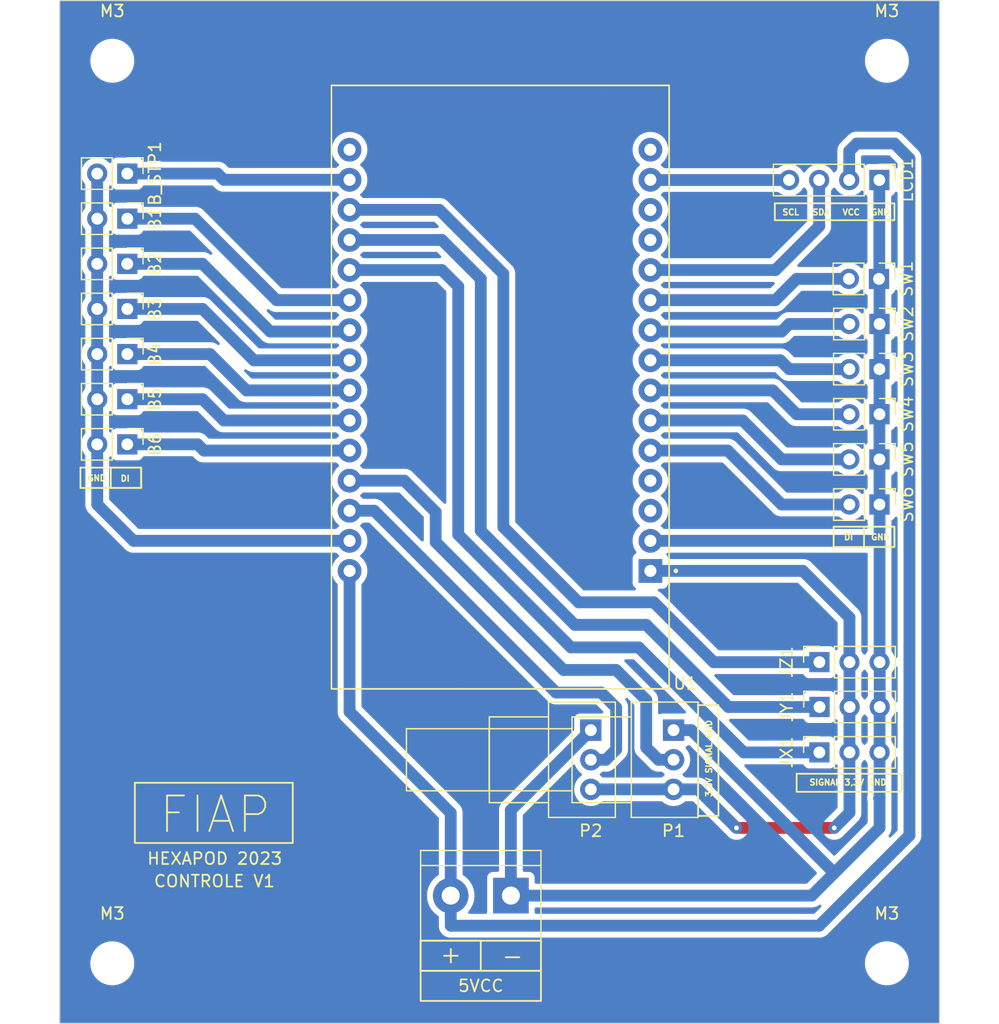
<source format=kicad_pcb>
(kicad_pcb (version 20221018) (generator pcbnew)
  (layers (0 "F.Cu" signal) (31 "B.Cu" signal) (34 "B.Paste" user) (35 "F.Paste" user) (36 "B.SilkS" user "B.Silkscreen") (37 "F.SilkS" user "F.Silkscreen") (38 "B.Mask" user) (39 "F.Mask" user) (44 "Edge.Cuts" user))
  (net 0 "")
  (net 7 "GND")
  (net 8 "VCC")
  (net 9 "SDA")
  (net 10 "Net-(LCD1-Pin_4)")
  (net 11 "Net-(JX1-Pin_1)")
  (net 12 "Net-(JY1-Pin_1)")
  (net 13 "Net-(B1-Pin_1)")
  (net 14 "Net-(B2-Pin_1)")
  (net 15 "B3")
  (net 16 "B4")
  (net 17 "B5")
  (net 18 "B6")
  (net 19 "GPIO17")
  (net 20 "GPIO16")
  (net 21 "Net-(U1-D12)")
  (net 22 "+3.3V")
  (net 23 "Net-(U1-D13)")
  (net 24 "JZ")
  (net 25 "Net-(B_STP1-Pin_1)")
  (net 26 "Net-(SW1-Pin_2)")
  (net 27 "Net-(SW2-Pin_2)")
  (net 28 "Net-(SW3-Pin_2)")
  (net 29 "Net-(SW6-Pin_2)")
  (footprint "Connector_PinHeader_2.54mm:PinHeader_1x02_P2.54mm_Vertical" (layer "F.Cu") (at 155.585 88.265 -90)
    (fp_text reference "SW4" (at 0 -2.33 90) (layer "F.SilkS"))
    (fp_text value "Conn_01x02_Pin" hide)
    (fp_line (start -1.33 -1.33) (end 0 -1.33) (stroke (width 0.12)) (layer "F.SilkS"))
    (fp_line (start -1.33 0) (end -1.33 -1.33) (stroke (width 0.12)) (layer "F.SilkS"))
    (fp_line (start -1.33 1.27) (end -1.33 3.87) (stroke (width 0.12)) (layer "F.SilkS"))
    (fp_line (start -1.33 1.27) (end 1.33 1.27) (stroke (width 0.12)) (layer "F.SilkS"))
    (fp_line (start -1.33 3.87) (end 1.33 3.87) (stroke (width 0.12)) (layer "F.SilkS"))
    (fp_line (start 1.33 1.27) (end 1.33 3.87) (stroke (width 0.12)) (layer "F.SilkS"))
    (pad "1" thru_hole rect (at 0 0 270) (size 1.7 1.7) (drill 1) (layers "*.Cu" "*.Mask") (net 7 "GND"))
    (pad "2" thru_hole oval (at 0 2.54 270) (size 1.7 1.7) (drill 1) (layers "*.Cu" "*.Mask") (net 19 "GPIO17"))
  )
  (footprint "ESP32-DEVKIT-V1:MODULE_ESP32_DEVKIT_V1" (layer "F.Cu") (at 123.54 85.975 180)
    (fp_text reference "U1" (at -15.652 -25.023 180) (layer "F.SilkS"))
    (fp_text value "ESP32-DEVKIT-V1")
    (fp_line (start -14.28 -25.475) (end -3.211 -25.475) (stroke (width 0.127)) (layer "F.SilkS"))
    (fp_line (start -14.28 -25.475) (end 14.23 -25.475) (stroke (width 0.127)) (layer "F.SilkS"))
    (fp_line (start -14.28 25.475) (end -14.28 -25.475) (stroke (width 0.127)) (layer "F.SilkS"))
    (fp_line (start -14.28 25.475) (end -14.28 -25.475) (stroke (width 0.127)) (layer "F.SilkS"))
    (fp_line (start -14.28 25.475) (end -8.91 25.475) (stroke (width 0.127)) (layer "F.SilkS"))
    (fp_line (start -8.91 25.475) (end 8.78 25.475) (stroke (width 0.127)) (layer "F.SilkS"))
    (fp_line (start -3.211 -25.475) (end 3.5 -25.475) (stroke (width 0.127)) (layer "F.SilkS"))
    (fp_line (start 3.5 -25.475) (end 14.23 -25.475) (stroke (width 0.127)) (layer "F.SilkS"))
    (fp_line (start 8.78 25.475) (end 14.23 25.475) (stroke (width 0.127)) (layer "F.SilkS"))
    (fp_line (start 14.23 -25.475) (end 14.23 25.475) (stroke (width 0.127)) (layer "F.SilkS"))
    (fp_line (start 14.23 -25.475) (end 14.23 25.475) (stroke (width 0.127)) (layer "F.SilkS"))
    (fp_line (start 14.23 25.475) (end -14.28 25.475) (stroke (width 0.127)) (layer "F.SilkS"))
    (fp_circle (center -14.85 -15.515) (end -14.75 -15.515) (stroke (width 0.2)) (fill none) (layer "F.SilkS"))
    (pad "1" thru_hole rect (at -12.7 -15.515 180) (size 2 2) (drill 1.02) (layers "*.Cu" "*.Mask") (net 22 "+3.3V"))
    (pad "2" thru_hole circle (at -12.7 -12.975 180) (size 2 2) (drill 1.02) (layers "*.Cu" "*.Mask") (net 7 "GND"))
    (pad "3" thru_hole circle (at -12.7 -10.435 180) (size 2 2) (drill 1.02) (layers "*.Cu" "*.Mask"))
    (pad "4" thru_hole circle (at -12.7 -7.895 180) (size 2 2) (drill 1.02) (layers "*.Cu" "*.Mask"))
    (pad "5" thru_hole circle (at -12.7 -5.355 180) (size 2 2) (drill 1.02) (layers "*.Cu" "*.Mask") (net 29 "Net-(SW6-Pin_2)"))
    (pad "6" thru_hole circle (at -12.7 -2.815 180) (size 2 2) (drill 1.02) (layers "*.Cu" "*.Mask") (net 20 "GPIO16"))
    (pad "7" thru_hole circle (at -12.7 -0.275 180) (size 2 2) (drill 1.02) (layers "*.Cu" "*.Mask") (net 19 "GPIO17"))
    (pad "8" thru_hole circle (at -12.7 2.265 180) (size 2 2) (drill 1.02) (layers "*.Cu" "*.Mask") (net 28 "Net-(SW3-Pin_2)"))
    (pad "9" thru_hole circle (at -12.7 4.805 180) (size 2 2) (drill 1.02) (layers "*.Cu" "*.Mask") (net 27 "Net-(SW2-Pin_2)"))
    (pad "10" thru_hole circle (at -12.7 7.345 180) (size 2 2) (drill 1.02) (layers "*.Cu" "*.Mask") (net 26 "Net-(SW1-Pin_2)"))
    (pad "11" thru_hole circle (at -12.7 9.885 180) (size 2 2) (drill 1.02) (layers "*.Cu" "*.Mask") (net 9 "SDA"))
    (pad "12" thru_hole circle (at -12.7 12.425 180) (size 2 2) (drill 1.02) (layers "*.Cu" "*.Mask"))
    (pad "13" thru_hole circle (at -12.7 14.965 180) (size 2 2) (drill 1.02) (layers "*.Cu" "*.Mask"))
    (pad "14" thru_hole circle (at -12.7 17.505 180) (size 2 2) (drill 1.02) (layers "*.Cu" "*.Mask") (net 10 "Net-(LCD1-Pin_4)"))
    (pad "15" thru_hole circle (at -12.7 20.045 180) (size 2 2) (drill 1.02) (layers "*.Cu" "*.Mask"))
    (pad "16" thru_hole circle (at 12.7 20.045 180) (size 2 2) (drill 1.02) (layers "*.Cu" "*.Mask"))
    (pad "17" thru_hole circle (at 12.7 17.505 180) (size 2 2) (drill 1.02) (layers "*.Cu" "*.Mask") (net 25 "Net-(B_STP1-Pin_1)"))
    (pad "18" thru_hole circle (at 12.7 14.965 180) (size 2 2) (drill 1.02) (layers "*.Cu" "*.Mask") (net 24 "JZ"))
    (pad "19" thru_hole circle (at 12.7 12.425 180) (size 2 2) (drill 1.02) (layers "*.Cu" "*.Mask") (net 12 "Net-(JY1-Pin_1)"))
    (pad "20" thru_hole circle (at 12.7 9.885 180) (size 2 2) (drill 1.02) (layers "*.Cu" "*.Mask") (net 11 "Net-(JX1-Pin_1)"))
    (pad "21" thru_hole circle (at 12.7 7.345 180) (size 2 2) (drill 1.02) (layers "*.Cu" "*.Mask") (net 13 "Net-(B1-Pin_1)"))
    (pad "22" thru_hole circle (at 12.7 4.805 180) (size 2 2) (drill 1.02) (layers "*.Cu" "*.Mask") (net 14 "Net-(B2-Pin_1)"))
    (pad "23" thru_hole circle (at 12.7 2.265 180) (size 2 2) (drill 1.02) (layers "*.Cu" "*.Mask") (net 15 "B3"))
    (pad "24" thru_hole circle (at 12.7 -0.275 180) (size 2 2) (drill 1.02) (layers "*.Cu" "*.Mask") (net 16 "B4"))
    (pad "25" thru_hole circle (at 12.7 -2.815 180) (size 2 2) (drill 1.02) (layers "*.Cu" "*.Mask") (net 17 "B5"))
    (pad "26" thru_hole circle (at 12.7 -5.355 180) (size 2 2) (drill 1.02) (layers "*.Cu" "*.Mask") (net 18 "B6"))
    (pad "27" thru_hole circle (at 12.7 -7.895 180) (size 2 2) (drill 1.02) (layers "*.Cu" "*.Mask") (net 21 "Net-(U1-D12)"))
    (pad "28" thru_hole circle (at 12.7 -10.435 180) (size 2 2) (drill 1.02) (layers "*.Cu" "*.Mask") (net 23 "Net-(U1-D13)"))
    (pad "29" thru_hole circle (at 12.7 -12.975 180) (size 2 2) (drill 1.02) (layers "*.Cu" "*.Mask") (net 7 "GND"))
    (pad "30" thru_hole circle (at 12.7 -15.515 180) (size 2 2) (drill 1.02) (layers "*.Cu" "*.Mask") (net 8 "VCC"))
  )
  (footprint "Connector_PinSocket_2.54mm:PinSocket_1x03_P2.54mm_Vertical" (layer "F.Cu") (at 150.51 109.195 90)
    (fp_text reference "JZ1" (at 0 -2.77 90) (layer "F.SilkS"))
    (fp_text value "Conn_01x03_Socket" hide)
    (fp_line (start -1.33 1.27) (end -1.33 6.41) (stroke (width 0.12)) (layer "F.SilkS"))
    (fp_line (start -1.33 1.27) (end 1.33 1.27) (stroke (width 0.12)) (layer "F.SilkS"))
    (fp_line (start -1.33 6.41) (end 1.33 6.41) (stroke (width 0.12)) (layer "F.SilkS"))
    (fp_line (start 0 -1.33) (end 1.33 -1.33) (stroke (width 0.12)) (layer "F.SilkS"))
    (fp_line (start 1.33 -1.33) (end 1.33 0) (stroke (width 0.12)) (layer "F.SilkS"))
    (fp_line (start 1.33 1.27) (end 1.33 6.41) (stroke (width 0.12)) (layer "F.SilkS"))
    (pad "1" thru_hole rect (at 0 0 90) (size 1.7 1.7) (drill 1) (layers "*.Cu" "*.Mask") (net 24 "JZ"))
    (pad "2" thru_hole oval (at 0 2.54 90) (size 1.7 1.7) (drill 1) (layers "*.Cu" "*.Mask") (net 22 "+3.3V"))
    (pad "3" thru_hole oval (at 0 5.08 90) (size 1.7 1.7) (drill 1) (layers "*.Cu" "*.Mask") (net 7 "GND"))
  )
  (footprint "Connector_PinHeader_2.54mm:PinHeader_1x04_P2.54mm_Vertical" (layer "F.Cu") (at 155.57 68.49 -90)
    (fp_text reference "LCD1" (at 0 -2.33 90) (layer "F.SilkS"))
    (fp_text value "Conn_01x04_Pin" hide)
    (fp_line (start -1.33 -1.33) (end 0 -1.33) (stroke (width 0.12)) (layer "F.SilkS"))
    (fp_line (start -1.33 0) (end -1.33 -1.33) (stroke (width 0.12)) (layer "F.SilkS"))
    (fp_line (start -1.33 1.27) (end -1.33 8.95) (stroke (width 0.12)) (layer "F.SilkS"))
    (fp_line (start -1.33 1.27) (end 1.33 1.27) (stroke (width 0.12)) (layer "F.SilkS"))
    (fp_line (start -1.33 8.95) (end 1.33 8.95) (stroke (width 0.12)) (layer "F.SilkS"))
    (fp_line (start 1.33 1.27) (end 1.33 8.95) (stroke (width 0.12)) (layer "F.SilkS"))
    (pad "1" thru_hole rect (at 0 0 270) (size 1.7 1.7) (drill 1) (layers "*.Cu" "*.Mask") (net 7 "GND"))
    (pad "2" thru_hole oval (at 0 2.54 270) (size 1.7 1.7) (drill 1) (layers "*.Cu" "*.Mask") (net 8 "VCC"))
    (pad "3" thru_hole oval (at 0 5.08 270) (size 1.7 1.7) (drill 1) (layers "*.Cu" "*.Mask") (net 9 "SDA"))
    (pad "4" thru_hole oval (at 0 7.62 270) (size 1.7 1.7) (drill 1) (layers "*.Cu" "*.Mask") (net 10 "Net-(LCD1-Pin_4)"))
  )
  (footprint "Potentiometer_THT:Potentiometer_Alps_RK09Y11_Single_Horizontal" (layer "F.Cu") (at 138.195 114.935)
    (fp_text reference "P1" (at 0 8.5) (layer "F.SilkS"))
    (fp_text value "R_Potentiometer" hide)
    (fp_line (start -15.57 5.12) (end -15.57 -0.12) (stroke (width 0.12)) (layer "F.SilkS"))
    (fp_line (start -8.57 -0.12) (end -15.57 -0.12) (stroke (width 0.12)) (layer "F.SilkS"))
    (fp_line (start -8.57 5.12) (end -15.57 5.12) (stroke (width 0.12)) (layer "F.SilkS"))
    (fp_line (start -8.57 6.12) (end -8.57 -1.12) (stroke (width 0.12)) (layer "F.SilkS"))
    (fp_line (start -3.57 -1.12) (end -8.57 -1.12) (stroke (width 0.12)) (layer "F.SilkS"))
    (fp_line (start -3.57 6.12) (end -8.57 6.12) (stroke (width 0.12)) (layer "F.SilkS"))
    (fp_line (start -3.57 7.37) (end -3.57 -2.37) (stroke (width 0.12)) (layer "F.SilkS"))
    (fp_line (start 2.071 -2.37) (end -3.57 -2.37) (stroke (width 0.12)) (layer "F.SilkS"))
    (fp_line (start 2.071 7.37) (end -3.57 7.37) (stroke (width 0.12)) (layer "F.SilkS"))
    (fp_line (start 2.071 7.37) (end 2.071 -2.37) (stroke (width 0.12)) (layer "F.SilkS"))
    (pad "1" thru_hole rect (at 0 0 180) (size 1.8 1.8) (drill 1) (layers "*.Cu" "*.Mask") (net 7 "GND"))
    (pad "2" thru_hole circle (at 0 2.5 180) (size 1.8 1.8) (drill 1) (layers "*.Cu" "*.Mask") (net 21 "Net-(U1-D12)"))
    (pad "3" thru_hole circle (at 0 5 180) (size 1.8 1.8) (drill 1) (layers "*.Cu" "*.Mask") (net 22 "+3.3V"))
  )
  (footprint "MountingHole:MountingHole_3.2mm_M3" (layer "F.Cu") (at 90.805 58.42)
    (fp_text reference "M3" (at 0 -4.2) (layer "F.SilkS"))
    (fp_text value "MountingHole_3.2mm_M3")
    (pad "" np_thru_hole circle (at 0 0) (size 3.2 3.2) (drill 3.2) (layers "F&B.Cu" "*.Mask"))
  )
  (footprint "MountingHole:MountingHole_3.2mm_M3" (layer "F.Cu") (at 156.21 58.42)
    (fp_text reference "M3" (at 0 -4.2) (layer "F.SilkS"))
    (fp_text value "MountingHole_3.2mm_M3")
    (pad "" np_thru_hole circle (at 0 0) (size 3.2 3.2) (drill 3.2) (layers "*.Cu" "*.Mask"))
  )
  (footprint "MountingHole:MountingHole_3.2mm_M3" (layer "F.Cu") (at 156.21 134.62)
    (fp_text reference "M3" (at 0 -4.2) (layer "F.SilkS"))
    (fp_text value "MountingHole_3.2mm_M3")
    (pad "" np_thru_hole circle (at 0 0) (size 3.2 3.2) (drill 3.2) (layers "*.Cu" "*.Mask"))
  )
  (footprint "Connector_PinHeader_2.54mm:PinHeader_1x02_P2.54mm_Vertical" (layer "F.Cu") (at 92.07 75.565 -90)
    (fp_text reference "B2" (at 0 -2.33 90) (layer "F.SilkS"))
    (fp_text value "Conn_01x02_Pin" hide)
    (fp_line (start -1.33 -1.33) (end 0 -1.33) (stroke (width 0.12)) (layer "F.SilkS"))
    (fp_line (start -1.33 0) (end -1.33 -1.33) (stroke (width 0.12)) (layer "F.SilkS"))
    (fp_line (start -1.33 1.27) (end -1.33 3.87) (stroke (width 0.12)) (layer "F.SilkS"))
    (fp_line (start -1.33 1.27) (end 1.33 1.27) (stroke (width 0.12)) (layer "F.SilkS"))
    (fp_line (start -1.33 3.87) (end 1.33 3.87) (stroke (width 0.12)) (layer "F.SilkS"))
    (fp_line (start 1.33 1.27) (end 1.33 3.87) (stroke (width 0.12)) (layer "F.SilkS"))
    (pad "1" thru_hole rect (at 0 0 270) (size 1.7 1.7) (drill 1) (layers "*.Cu" "*.Mask") (net 14 "Net-(B2-Pin_1)"))
    (pad "2" thru_hole oval (at 0 2.54 270) (size 1.7 1.7) (drill 1) (layers "*.Cu" "*.Mask") (net 7 "GND"))
  )
  (footprint "Connector_PinHeader_2.54mm:PinHeader_1x02_P2.54mm_Vertical" (layer "F.Cu") (at 155.58 92.075 -90)
    (fp_text reference "SW5" (at 0 -2.33 90) (layer "F.SilkS"))
    (fp_text value "Conn_01x02_Pin" hide)
    (fp_line (start -1.33 -1.33) (end 0 -1.33) (stroke (width 0.12)) (layer "F.SilkS"))
    (fp_line (start -1.33 0) (end -1.33 -1.33) (stroke (width 0.12)) (layer "F.SilkS"))
    (fp_line (start -1.33 1.27) (end -1.33 3.87) (stroke (width 0.12)) (layer "F.SilkS"))
    (fp_line (start -1.33 1.27) (end 1.33 1.27) (stroke (width 0.12)) (layer "F.SilkS"))
    (fp_line (start -1.33 3.87) (end 1.33 3.87) (stroke (width 0.12)) (layer "F.SilkS"))
    (fp_line (start 1.33 1.27) (end 1.33 3.87) (stroke (width 0.12)) (layer "F.SilkS"))
    (pad "1" thru_hole rect (at 0 0 270) (size 1.7 1.7) (drill 1) (layers "*.Cu" "*.Mask") (net 7 "GND"))
    (pad "2" thru_hole oval (at 0 2.54 270) (size 1.7 1.7) (drill 1) (layers "*.Cu" "*.Mask") (net 20 "GPIO16"))
  )
  (footprint "Connector_PinHeader_2.54mm:PinHeader_1x02_P2.54mm_Vertical" (layer "F.Cu") (at 155.545 76.835 -90)
    (fp_text reference "SW1" (at 0 -2.33 90) (layer "F.SilkS"))
    (fp_text value "Conn_01x02_Pin" hide)
    (fp_line (start -1.33 -1.33) (end 0 -1.33) (stroke (width 0.12)) (layer "F.SilkS"))
    (fp_line (start -1.33 0) (end -1.33 -1.33) (stroke (width 0.12)) (layer "F.SilkS"))
    (fp_line (start -1.33 1.27) (end -1.33 3.87) (stroke (width 0.12)) (layer "F.SilkS"))
    (fp_line (start -1.33 1.27) (end 1.33 1.27) (stroke (width 0.12)) (layer "F.SilkS"))
    (fp_line (start -1.33 3.87) (end 1.33 3.87) (stroke (width 0.12)) (layer "F.SilkS"))
    (fp_line (start 1.33 1.27) (end 1.33 3.87) (stroke (width 0.12)) (layer "F.SilkS"))
    (pad "1" thru_hole rect (at 0 0 270) (size 1.7 1.7) (drill 1) (layers "*.Cu" "*.Mask") (net 7 "GND"))
    (pad "2" thru_hole oval (at 0 2.54 270) (size 1.7 1.7) (drill 1) (layers "*.Cu" "*.Mask") (net 26 "Net-(SW1-Pin_2)"))
  )
  (footprint "Connector_PinHeader_2.54mm:PinHeader_1x02_P2.54mm_Vertical" (layer "F.Cu") (at 92.075 79.375 -90)
    (fp_text reference "B3" (at 0 -2.33 90) (layer "F.SilkS"))
    (fp_text value "Conn_01x02_Pin" hide)
    (fp_line (start -1.33 -1.33) (end 0 -1.33) (stroke (width 0.12)) (layer "F.SilkS"))
    (fp_line (start -1.33 0) (end -1.33 -1.33) (stroke (width 0.12)) (layer "F.SilkS"))
    (fp_line (start -1.33 1.27) (end -1.33 3.87) (stroke (width 0.12)) (layer "F.SilkS"))
    (fp_line (start -1.33 1.27) (end 1.33 1.27) (stroke (width 0.12)) (layer "F.SilkS"))
    (fp_line (start -1.33 3.87) (end 1.33 3.87) (stroke (width 0.12)) (layer "F.SilkS"))
    (fp_line (start 1.33 1.27) (end 1.33 3.87) (stroke (width 0.12)) (layer "F.SilkS"))
    (pad "1" thru_hole rect (at 0 0 270) (size 1.7 1.7) (drill 1) (layers "*.Cu" "*.Mask") (net 15 "B3"))
    (pad "2" thru_hole oval (at 0 2.54 270) (size 1.7 1.7) (drill 1) (layers "*.Cu" "*.Mask") (net 7 "GND"))
  )
  (footprint "Connector_PinSocket_2.54mm:PinSocket_1x03_P2.54mm_Vertical" (layer "F.Cu") (at 150.525 112.98 90)
    (fp_text reference "JY1" (at 0 -2.77 90) (layer "F.SilkS"))
    (fp_text value "Conn_01x03_Socket" hide)
    (fp_line (start -1.33 1.27) (end -1.33 6.41) (stroke (width 0.12)) (layer "F.SilkS"))
    (fp_line (start -1.33 1.27) (end 1.33 1.27) (stroke (width 0.12)) (layer "F.SilkS"))
    (fp_line (start -1.33 6.41) (end 1.33 6.41) (stroke (width 0.12)) (layer "F.SilkS"))
    (fp_line (start 0 -1.33) (end 1.33 -1.33) (stroke (width 0.12)) (layer "F.SilkS"))
    (fp_line (start 1.33 -1.33) (end 1.33 0) (stroke (width 0.12)) (layer "F.SilkS"))
    (fp_line (start 1.33 1.27) (end 1.33 6.41) (stroke (width 0.12)) (layer "F.SilkS"))
    (pad "1" thru_hole rect (at 0 0 90) (size 1.7 1.7) (drill 1) (layers "*.Cu" "*.Mask") (net 12 "Net-(JY1-Pin_1)"))
    (pad "2" thru_hole oval (at 0 2.54 90) (size 1.7 1.7) (drill 1) (layers "*.Cu" "*.Mask") (net 22 "+3.3V"))
    (pad "3" thru_hole oval (at 0 5.08 90) (size 1.7 1.7) (drill 1) (layers "*.Cu" "*.Mask") (net 7 "GND"))
  )
  (footprint "Connector_PinSocket_2.54mm:PinSocket_1x03_P2.54mm_Vertical" (layer "F.Cu") (at 150.51 116.815 90)
    (fp_text reference "JX1" (at 0 -2.77 90) (layer "F.SilkS"))
    (fp_text value "Conn_01x03_Socket" hide)
    (fp_line (start -1.33 1.27) (end -1.33 6.41) (stroke (width 0.12)) (layer "F.SilkS"))
    (fp_line (start -1.33 1.27) (end 1.33 1.27) (stroke (width 0.12)) (layer "F.SilkS"))
    (fp_line (start -1.33 6.41) (end 1.33 6.41) (stroke (width 0.12)) (layer "F.SilkS"))
    (fp_line (start 0 -1.33) (end 1.33 -1.33) (stroke (width 0.12)) (layer "F.SilkS"))
    (fp_line (start 1.33 -1.33) (end 1.33 0) (stroke (width 0.12)) (layer "F.SilkS"))
    (fp_line (start 1.33 1.27) (end 1.33 6.41) (stroke (width 0.12)) (layer "F.SilkS"))
    (pad "1" thru_hole rect (at 0 0 90) (size 1.7 1.7) (drill 1) (layers "*.Cu" "*.Mask") (net 11 "Net-(JX1-Pin_1)"))
    (pad "2" thru_hole oval (at 0 2.54 90) (size 1.7 1.7) (drill 1) (layers "*.Cu" "*.Mask") (net 22 "+3.3V"))
    (pad "3" thru_hole oval (at 0 5.08 90) (size 1.7 1.7) (drill 1) (layers "*.Cu" "*.Mask") (net 7 "GND"))
  )
  (footprint "Connector_PinHeader_2.54mm:PinHeader_1x02_P2.54mm_Vertical" (layer "F.Cu") (at 155.58 84.455 -90)
    (fp_text reference "SW3" (at 0 -2.33 90) (layer "F.SilkS"))
    (fp_text value "Conn_01x02_Pin" hide)
    (fp_line (start -1.33 -1.33) (end 0 -1.33) (stroke (width 0.12)) (layer "F.SilkS"))
    (fp_line (start -1.33 0) (end -1.33 -1.33) (stroke (width 0.12)) (layer "F.SilkS"))
    (fp_line (start -1.33 1.27) (end -1.33 3.87) (stroke (width 0.12)) (layer "F.SilkS"))
    (fp_line (start -1.33 1.27) (end 1.33 1.27) (stroke (width 0.12)) (layer "F.SilkS"))
    (fp_line (start -1.33 3.87) (end 1.33 3.87) (stroke (width 0.12)) (layer "F.SilkS"))
    (fp_line (start 1.33 1.27) (end 1.33 3.87) (stroke (width 0.12)) (layer "F.SilkS"))
    (pad "1" thru_hole rect (at 0 0 270) (size 1.7 1.7) (drill 1) (layers "*.Cu" "*.Mask") (net 7 "GND"))
    (pad "2" thru_hole oval (at 0 2.54 270) (size 1.7 1.7) (drill 1) (layers "*.Cu" "*.Mask") (net 28 "Net-(SW3-Pin_2)"))
  )
  (footprint "Connector_PinHeader_2.54mm:PinHeader_1x02_P2.54mm_Vertical" (layer "F.Cu") (at 92.075 86.995 -90)
    (fp_text reference "B5" (at 0 -2.33 90) (layer "F.SilkS"))
    (fp_text value "Conn_01x02_Pin" hide)
    (fp_line (start -1.33 -1.33) (end 0 -1.33) (stroke (width 0.12)) (layer "F.SilkS"))
    (fp_line (start -1.33 0) (end -1.33 -1.33) (stroke (width 0.12)) (layer "F.SilkS"))
    (fp_line (start -1.33 1.27) (end -1.33 3.87) (stroke (width 0.12)) (layer "F.SilkS"))
    (fp_line (start -1.33 1.27) (end 1.33 1.27) (stroke (width 0.12)) (layer "F.SilkS"))
    (fp_line (start -1.33 3.87) (end 1.33 3.87) (stroke (width 0.12)) (layer "F.SilkS"))
    (fp_line (start 1.33 1.27) (end 1.33 3.87) (stroke (width 0.12)) (layer "F.SilkS"))
    (pad "1" thru_hole rect (at 0 0 270) (size 1.7 1.7) (drill 1) (layers "*.Cu" "*.Mask") (net 17 "B5"))
    (pad "2" thru_hole oval (at 0 2.54 270) (size 1.7 1.7) (drill 1) (layers "*.Cu" "*.Mask") (net 7 "GND"))
  )
  (footprint "Connector_PinHeader_2.54mm:PinHeader_1x02_P2.54mm_Vertical" (layer "F.Cu") (at 155.585 80.645 -90)
    (fp_text reference "SW2" (at 0 -2.33 90) (layer "F.SilkS"))
    (fp_text value "Conn_01x02_Pin" hide)
    (fp_line (start -1.33 -1.33) (end 0 -1.33) (stroke (width 0.12)) (layer "F.SilkS"))
    (fp_line (start -1.33 0) (end -1.33 -1.33) (stroke (width 0.12)) (layer "F.SilkS"))
    (fp_line (start -1.33 1.27) (end -1.33 3.87) (stroke (width 0.12)) (layer "F.SilkS"))
    (fp_line (start -1.33 1.27) (end 1.33 1.27) (stroke (width 0.12)) (layer "F.SilkS"))
    (fp_line (start -1.33 3.87) (end 1.33 3.87) (stroke (width 0.12)) (layer "F.SilkS"))
    (fp_line (start 1.33 1.27) (end 1.33 3.87) (stroke (width 0.12)) (layer "F.SilkS"))
    (pad "1" thru_hole rect (at 0 0 270) (size 1.7 1.7) (drill 1) (layers "*.Cu" "*.Mask") (net 7 "GND"))
    (pad "2" thru_hole oval (at 0 2.54 270) (size 1.7 1.7) (drill 1) (layers "*.Cu" "*.Mask") (net 27 "Net-(SW2-Pin_2)"))
  )
  (footprint "Connector_PinHeader_2.54mm:PinHeader_1x02_P2.54mm_Vertical" (layer "F.Cu") (at 92.075 83.185 -90)
    (fp_text reference "B4" (at 0 -2.33 90) (layer "F.SilkS"))
    (fp_text value "Conn_01x02_Pin" hide)
    (fp_line (start -1.33 -1.33) (end 0 -1.33) (stroke (width 0.12)) (layer "F.SilkS"))
    (fp_line (start -1.33 0) (end -1.33 -1.33) (stroke (width 0.12)) (layer "F.SilkS"))
    (fp_line (start -1.33 1.27) (end -1.33 3.87) (stroke (width 0.12)) (layer "F.SilkS"))
    (fp_line (start -1.33 1.27) (end 1.33 1.27) (stroke (width 0.12)) (layer "F.SilkS"))
    (fp_line (start -1.33 3.87) (end 1.33 3.87) (stroke (width 0.12)) (layer "F.SilkS"))
    (fp_line (start 1.33 1.27) (end 1.33 3.87) (stroke (width 0.12)) (layer "F.SilkS"))
    (pad "1" thru_hole rect (at 0 0 270) (size 1.7 1.7) (drill 1) (layers "*.Cu" "*.Mask") (net 16 "B4"))
    (pad "2" thru_hole oval (at 0 2.54 270) (size 1.7 1.7) (drill 1) (layers "*.Cu" "*.Mask") (net 7 "GND"))
  )
  (footprint "Connector_PinHeader_2.54mm:PinHeader_1x02_P2.54mm_Vertical" (layer "F.Cu") (at 155.585 95.885 -90)
    (fp_text reference "SW6" (at 0 -2.33 90) (layer "F.SilkS"))
    (fp_text value "Conn_01x02_Pin" hide)
    (fp_line (start -1.33 -1.33) (end 0 -1.33) (stroke (width 0.12)) (layer "F.SilkS"))
    (fp_line (start -1.33 0) (end -1.33 -1.33) (stroke (width 0.12)) (layer "F.SilkS"))
    (fp_line (start -1.33 1.27) (end -1.33 3.87) (stroke (width 0.12)) (layer "F.SilkS"))
    (fp_line (start -1.33 1.27) (end 1.33 1.27) (stroke (width 0.12)) (layer "F.SilkS"))
    (fp_line (start -1.33 3.87) (end 1.33 3.87) (stroke (width 0.12)) (layer "F.SilkS"))
    (fp_line (start 1.33 1.27) (end 1.33 3.87) (stroke (width 0.12)) (layer "F.SilkS"))
    (pad "1" thru_hole rect (at 0 0 270) (size 1.7 1.7) (drill 1) (layers "*.Cu" "*.Mask") (net 7 "GND"))
    (pad "2" thru_hole oval (at 0 2.54 270) (size 1.7 1.7) (drill 1) (layers "*.Cu" "*.Mask") (net 29 "Net-(SW6-Pin_2)"))
  )
  (footprint "Connector_PinHeader_2.54mm:PinHeader_1x02_P2.54mm_Vertical" (layer "F.Cu") (at 92.07 90.805 -90)
    (fp_text reference "B6" (at 0 -2.33 90) (layer "F.SilkS"))
    (fp_text value "Conn_01x02_Pin" hide)
    (fp_line (start -1.33 -1.33) (end 0 -1.33) (stroke (width 0.12)) (layer "F.SilkS"))
    (fp_line (start -1.33 0) (end -1.33 -1.33) (stroke (width 0.12)) (layer "F.SilkS"))
    (fp_line (start -1.33 1.27) (end -1.33 3.87) (stroke (width 0.12)) (layer "F.SilkS"))
    (fp_line (start -1.33 1.27) (end 1.33 1.27) (stroke (width 0.12)) (layer "F.SilkS"))
    (fp_line (start -1.33 3.87) (end 1.33 3.87) (stroke (width 0.12)) (layer "F.SilkS"))
    (fp_line (start 1.33 1.27) (end 1.33 3.87) (stroke (width 0.12)) (layer "F.SilkS"))
    (pad "1" thru_hole rect (at 0 0 270) (size 1.7 1.7) (drill 1) (layers "*.Cu" "*.Mask") (net 18 "B6"))
    (pad "2" thru_hole oval (at 0 2.54 270) (size 1.7 1.7) (drill 1) (layers "*.Cu" "*.Mask") (net 7 "GND"))
  )
  (footprint "Connector_PinHeader_2.54mm:PinHeader_1x02_P2.54mm_Vertical" (layer "F.Cu") (at 92.075 71.755 -90)
    (fp_text reference "B1" (at 0 -2.33 90) (layer "F.SilkS"))
    (fp_text value "Conn_01x02_Pin" hide)
    (fp_line (start -1.33 -1.33) (end 0 -1.33) (stroke (width 0.12)) (layer "F.SilkS"))
    (fp_line (start -1.33 0) (end -1.33 -1.33) (stroke (width 0.12)) (layer "F.SilkS"))
    (fp_line (start -1.33 1.27) (end -1.33 3.87) (stroke (width 0.12)) (layer "F.SilkS"))
    (fp_line (start -1.33 1.27) (end 1.33 1.27) (stroke (width 0.12)) (layer "F.SilkS"))
    (fp_line (start -1.33 3.87) (end 1.33 3.87) (stroke (width 0.12)) (layer "F.SilkS"))
    (fp_line (start 1.33 1.27) (end 1.33 3.87) (stroke (width 0.12)) (layer "F.SilkS"))
    (pad "1" thru_hole rect (at 0 0 270) (size 1.7 1.7) (drill 1) (layers "*.Cu" "*.Mask") (net 13 "Net-(B1-Pin_1)"))
    (pad "2" thru_hole oval (at 0 2.54 270) (size 1.7 1.7) (drill 1) (layers "*.Cu" "*.Mask") (net 7 "GND"))
  )
  (footprint "Potentiometer_THT:Potentiometer_Alps_RK09Y11_Single_Horizontal" (layer "F.Cu") (at 131.21 114.935)
    (fp_text reference "P2" (at 0 8.5) (layer "F.SilkS"))
    (fp_text value "R_Potentiometer" hide)
    (fp_line (start -15.57 5.12) (end -15.57 -0.12) (stroke (width 0.12)) (layer "F.SilkS"))
    (fp_line (start -8.57 -0.12) (end -15.57 -0.12) (stroke (width 0.12)) (layer "F.SilkS"))
    (fp_line (start -8.57 5.12) (end -15.57 5.12) (stroke (width 0.12)) (layer "F.SilkS"))
    (fp_line (start -8.57 6.12) (end -8.57 -1.12) (stroke (width 0.12)) (layer "F.SilkS"))
    (fp_line (start -3.57 -1.12) (end -8.57 -1.12) (stroke (width 0.12)) (layer "F.SilkS"))
    (fp_line (start -3.57 6.12) (end -8.57 6.12) (stroke (width 0.12)) (layer "F.SilkS"))
    (fp_line (start -3.57 7.37) (end -3.57 -2.37) (stroke (width 0.12)) (layer "F.SilkS"))
    (fp_line (start 2.071 -2.37) (end -3.57 -2.37) (stroke (width 0.12)) (layer "F.SilkS"))
    (fp_line (start 2.071 7.37) (end -3.57 7.37) (stroke (width 0.12)) (layer "F.SilkS"))
    (fp_line (start 2.071 7.37) (end 2.071 -2.37) (stroke (width 0.12)) (layer "F.SilkS"))
    (pad "1" thru_hole rect (at 0 0 180) (size 1.8 1.8) (drill 1) (layers "*.Cu" "*.Mask") (net 7 "GND"))
    (pad "2" thru_hole circle (at 0 2.5 180) (size 1.8 1.8) (drill 1) (layers "*.Cu" "*.Mask") (net 23 "Net-(U1-D13)"))
    (pad "3" thru_hole circle (at 0 5 180) (size 1.8 1.8) (drill 1) (layers "*.Cu" "*.Mask") (net 22 "+3.3V"))
  )
  (footprint "Connector_PinHeader_2.54mm:PinHeader_1x02_P2.54mm_Vertical" (layer "F.Cu") (at 92.07 67.945 -90)
    (fp_text reference "B_STP1" (at 0 -2.33 90) (layer "F.SilkS"))
    (fp_text value "Conn_01x02_Pin" hide)
    (fp_line (start -1.33 -1.33) (end 0 -1.33) (stroke (width 0.12)) (layer "F.SilkS"))
    (fp_line (start -1.33 0) (end -1.33 -1.33) (stroke (width 0.12)) (layer "F.SilkS"))
    (fp_line (start -1.33 1.27) (end -1.33 3.87) (stroke (width 0.12)) (layer "F.SilkS"))
    (fp_line (start -1.33 1.27) (end 1.33 1.27) (stroke (width 0.12)) (layer "F.SilkS"))
    (fp_line (start -1.33 3.87) (end 1.33 3.87) (stroke (width 0.12)) (layer "F.SilkS"))
    (fp_line (start 1.33 1.27) (end 1.33 3.87) (stroke (width 0.12)) (layer "F.SilkS"))
    (pad "1" thru_hole rect (at 0 0 270) (size 1.7 1.7) (drill 1) (layers "*.Cu" "*.Mask") (net 25 "Net-(B_STP1-Pin_1)"))
    (pad "2" thru_hole oval (at 0 2.54 270) (size 1.7 1.7) (drill 1) (layers "*.Cu" "*.Mask") (net 7 "GND"))
  )
  (footprint "TerminalBlock:TerminalBlock_bornier-2_P5.08mm" (layer "F.Cu") (at 124.46 128.905 180)
    (fp_text reference "5VCC" (at 2.54 -7.62) (layer "F.SilkS"))
    (fp_text value "Screw_Terminal_01x02" hide)
    (fp_line (start -2.54 -3.81) (end -2.54 3.81) (stroke (width 0.12)) (layer "F.SilkS"))
    (fp_line (start -2.54 3.81) (end 7.62 3.81) (stroke (width 0.12)) (layer "F.SilkS"))
    (fp_line (start 7.62 -3.81) (end -2.54 -3.81) (stroke (width 0.12)) (layer "F.SilkS"))
    (fp_line (start 7.62 2.54) (end -2.54 2.54) (stroke (width 0.12)) (layer "F.SilkS"))
    (fp_line (start 7.62 3.81) (end 7.62 -3.81) (stroke (width 0.12)) (layer "F.SilkS"))
    (pad "1" thru_hole rect (at 0 0 180) (size 3 3) (drill 1.52) (layers "*.Cu" "*.Mask") (net 7 "GND"))
    (pad "2" thru_hole circle (at 5.08 0 180) (size 3 3) (drill 1.52) (layers "*.Cu" "*.Mask") (net 8 "VCC"))
  )
  (footprint "MountingHole:MountingHole_3.2mm_M3" (layer "F.Cu") (at 90.805 134.62)
    (fp_text reference "M3" (at 0 -4.2) (layer "F.SilkS"))
    (fp_text value "MountingHole_3.2mm_M3")
    (pad "" np_thru_hole circle (at 0 0) (size 3.2 3.2) (drill 3.2) (layers "F&B.Cu" "*.Mask"))
  )
  (gr_rect (start 154.28 97.7565) (end 156.845 99.4745) (stroke (width 0.15)) (fill none) (layer "F.SilkS"))
  (gr_rect (start 151.715 97.7565) (end 156.845 99.4745) (stroke (width 0.15)) (fill none) (layer "F.SilkS"))
  (gr_rect (start 116.84 132.715) (end 127 135.255) (stroke (width 0.15)) (fill none) (layer "F.SilkS"))
  (gr_rect (start 92.71 119.38) (end 106.045 124.46) (stroke (width 0.15)) (fill none) (layer "F.SilkS"))
  (gr_rect (start 121.92 132.715) (end 116.84 135.255) (stroke (width 0.15)) (fill none) (layer "F.SilkS"))
  (gr_rect (start 116.84 135.255) (end 127 137.795) (stroke (width 0.15)) (fill none) (layer "F.SilkS"))
  (gr_rect (start 140.266 112.819) (end 141.986 122.174) (stroke (width 0.15)) (fill none) (layer "F.SilkS"))
  (gr_rect (start 88.113 92.77) (end 93.243 94.488) (stroke (width 0.15)) (fill none) (layer "F.SilkS"))
  (gr_rect (start 90.678 92.77) (end 93.243 94.488) (stroke (width 0.15)) (fill none) (layer "F.SilkS"))
  (gr_rect (start 146.747 70.455) (end 156.845 71.882) (stroke (width 0.15)) (fill none) (layer "F.SilkS"))
  (gr_rect (start 148.59 118.618) (end 157.48 120.142) (stroke (width 0.15)) (fill none) (layer "F.SilkS"))
  (gr_rect (start 86.36 53.34) (end 160.655 139.7) (stroke (width 0.1)) (fill none) (layer "Edge.Cuts"))
  (gr_text "HEXAPOD 2023" (at 93.6625 126.365) (layer "F.SilkS") (effects (font (size 1 1)) (justify left bottom)))
  (gr_text "SIGNAL 3,3V GND" (at 149.606 119.634) (layer "F.SilkS") (effects (font (size 0.5 0.5) (thickness 0.125)) (justify left bottom)))
  (gr_text "DI" (at 91.44 93.98) (layer "F.SilkS") (effects (font (size 0.5 0.5) (thickness 0.125)) (justify left bottom)))
  (gr_text "VCC" (at 152.4 71.501) (layer "F.SilkS") (effects (font (size 0.5 0.5) (thickness 0.125)) (justify left bottom)))
  (gr_text "SDA" (at 149.86 71.501) (layer "F.SilkS") (effects (font (size 0.5 0.5) (thickness 0.125)) (justify left bottom)))
  (gr_text "+" (at 118.364 134.747) (layer "F.SilkS") (effects (font (size 1.5 1.5)) (justify left bottom)))
  (gr_text "CONTROLE V1" (at 94.234 128.27) (layer "F.SilkS") (effects (font (size 1 1)) (justify left bottom)))
  (gr_text "SCL" (at 147.32 71.501) (layer "F.SilkS") (effects (font (size 0.5 0.5) (thickness 0.125)) (justify left bottom)))
  (gr_text "3,3V SIGNAL GND" (at 141.478 120.65 90) (layer "F.SilkS") (effects (font (size 0.5 0.5) (thickness 0.125)) (justify left bottom)))
  (gr_text "GND" (at 154.813 71.501) (layer "F.SilkS") (effects (font (size 0.5 0.5) (thickness 0.125)) (justify left bottom)))
  (gr_text "-" (at 123.571 134.874) (layer "F.SilkS") (effects (font (size 1.5 1.5)) (justify left bottom)))
  (gr_text "DI" (at 152.527 98.933) (layer "F.SilkS") (effects (font (size 0.5 0.5) (thickness 0.125)) (justify left bottom)))
  (gr_text "FIAP" (at 94.615 123.825) (layer "F.SilkS") (effects (font (size 3 3)) (justify left bottom)))
  (gr_text "GND" (at 154.813 98.933) (layer "F.SilkS") (effects (font (size 0.5 0.5) (thickness 0.125)) (justify left bottom)))
  (gr_text "GND" (at 88.646 93.9465) (layer "F.SilkS") (effects (font (size 0.5 0.5) (thickness 0.125)) (justify left bottom)))
  (segment (start 155.58 88.27) (end 155.585 88.265) (width 1) (layer "B.Cu") (net 7))
  (segment (start 155.55 120.69) (end 155.59 120.65) (width 1) (layer "B.Cu") (net 7))
  (segment (start 155.59 116.815) (end 155.59 112.995) (width 1) (layer "B.Cu") (net 7))
  (segment (start 155.57 68.49) (end 155.57 76.81) (width 1) (layer "B.Cu") (net 7))
  (segment (start 155.585 80.645) (end 155.585 76.875) (width 1) (layer "B.Cu") (net 7))
  (segment (start 138.195 114.935) (end 139.7 114.935) (width 1) (layer "B.Cu") (net 7))
  (segment (start 155.57 76.81) (end 155.545 76.835) (width 1) (layer "B.Cu") (net 7))
  (segment (start 155.59 120.65) (end 155.59 116.815) (width 1) (layer "B.Cu") (net 7))
  (segment (start 155.59 123.175) (end 155.59 120.65) (width 1) (layer "B.Cu") (net 7))
  (segment (start 155.605 109.21) (end 155.59 109.195) (width 1) (layer "B.Cu") (net 7))
  (segment (start 155.585 88.265) (end 155.585 84.46) (width 1) (layer "B.Cu") (net 7))
  (segment (start 155.585 92.08) (end 155.58 92.075) (width 1) (layer "B.Cu") (net 7))
  (segment (start 155.58 92.075) (end 155.58 88.27) (width 1) (layer "B.Cu") (net 7))
  (segment (start 155.59 99.06) (end 155.59 95.89) (width 1) (layer "B.Cu") (net 7))
  (segment (start 89.53 90.805) (end 89.53 92.007081) (width 1) (layer "B.Cu") (net 7))
  (segment (start 131.21 114.935) (end 124.46 121.685) (width 1) (layer "B.Cu") (net 7))
  (segment (start 124.46 121.685) (end 124.46 128.905) (width 1) (layer "B.Cu") (net 7))
  (segment (start 155.58 80.65) (end 155.585 80.645) (width 1) (layer "B.Cu") (net 7))
  (segment (start 149.86 128.905) (end 151.765 127) (width 1) (layer "B.Cu") (net 7))
  (segment (start 136.24 98.95) (end 155.48 98.95) (width 1) (layer "B.Cu") (net 7))
  (segment (start 139.7 114.935) (end 151.765 127) (width 1) (layer "B.Cu") (net 7))
  (segment (start 92.6 98.95) (end 110.84 98.95) (width 1) (layer "B.Cu") (net 7))
  (segment (start 155.58 84.455) (end 155.58 80.65) (width 1) (layer "B.Cu") (net 7))
  (segment (start 89.53 90.805) (end 89.53 67.945) (width 1) (layer "B.Cu") (net 7))
  (segment (start 89.535 92.012081) (end 89.535 95.885) (width 1) (layer "B.Cu") (net 7))
  (segment (start 155.605 112.98) (end 155.605 109.21) (width 1) (layer "B.Cu") (net 7))
  (segment (start 89.535 95.885) (end 92.6 98.95) (width 1) (layer "B.Cu") (net 7))
  (segment (start 155.59 112.995) (end 155.605 112.98) (width 1) (layer "B.Cu") (net 7))
  (segment (start 155.545 68.61) (end 155.575 68.58) (width 1) (layer "B.Cu") (net 7))
  (segment (start 151.765 127) (end 155.59 123.175) (width 1) (layer "B.Cu") (net 7))
  (segment (start 155.585 84.46) (end 155.58 84.455) (width 1) (layer "B.Cu") (net 7))
  (segment (start 155.59 95.89) (end 155.585 95.885) (width 1) (layer "B.Cu") (net 7))
  (segment (start 89.53 92.007081) (end 89.535 92.012081) (width 1) (layer "B.Cu") (net 7))
  (segment (start 155.48 98.95) (end 155.59 99.06) (width 1) (layer "B.Cu") (net 7))
  (segment (start 155.585 76.875) (end 155.545 76.835) (width 1) (layer "B.Cu") (net 7))
  (segment (start 124.46 128.905) (end 149.86 128.905) (width 1) (layer "B.Cu") (net 7))
  (segment (start 155.59 109.195) (end 155.59 99.06) (width 1) (layer "B.Cu") (net 7))
  (segment (start 155.585 95.885) (end 155.585 92.08) (width 1) (layer "B.Cu") (net 7))
  (segment (start 119.38 121.92) (end 119.38 128.905) (width 1) (layer "B.Cu") (net 8))
  (segment (start 119.38 131.445) (end 119.38 128.905) (width 1) (layer "B.Cu") (net 8))
  (segment (start 158.115 66.675) (end 158.115 123.825) (width 1) (layer "B.Cu") (net 8))
  (segment (start 153.03 68.49) (end 153.03 66.045) (width 1) (layer "B.Cu") (net 8))
  (segment (start 153.67 65.405) (end 156.845 65.405) (width 1) (layer "B.Cu") (net 8))
  (segment (start 153.03 66.045) (end 153.67 65.405) (width 1) (layer "B.Cu") (net 8))
  (segment (start 158.115 123.825) (end 150.495 131.445) (width 1) (layer "B.Cu") (net 8))
  (segment (start 156.845 65.405) (end 158.115 66.675) (width 1) (layer "B.Cu") (net 8))
  (segment (start 150.495 131.445) (end 119.38 131.445) (width 1) (layer "B.Cu") (net 8))
  (segment (start 110.84 113.38) (end 110.84 101.49) (width 1) (layer "B.Cu") (net 8))
  (segment (start 119.38 121.92) (end 110.84 113.38) (width 1) (layer "B.Cu") (net 8))
  (segment (start 150.495 72.39) (end 150.49 72.385) (width 1) (layer "B.Cu") (net 9))
  (segment (start 150.49 72.385) (end 150.49 68.49) (width 1) (layer "B.Cu") (net 9))
  (segment (start 136.24 76.09) (end 146.795 76.09) (width 1) (layer "B.Cu") (net 9))
  (segment (start 146.795 76.09) (end 150.495 72.39) (width 1) (layer "B.Cu") (net 9))
  (segment (start 136.26 68.49) (end 136.24 68.47) (width 1) (layer "B.Cu") (net 10))
  (segment (start 147.95 68.49) (end 136.26 68.49) (width 1) (layer "B.Cu") (net 10))
  (segment (start 120.015 98.425) (end 120.015 77.47) (width 1) (layer "B.Cu") (net 11))
  (segment (start 120.015 77.47) (end 118.635 76.09) (width 1) (layer "B.Cu") (net 11))
  (segment (start 129.54 107.95) (end 120.015 98.425) (width 1) (layer "B.Cu") (net 11))
  (segment (start 150.51 116.815) (end 144.12 116.815) (width 1) (layer "B.Cu") (net 11))
  (segment (start 144.12 116.815) (end 135.255 107.95) (width 1) (layer "B.Cu") (net 11))
  (segment (start 118.635 76.09) (end 110.84 76.09) (width 1) (layer "B.Cu") (net 11))
  (segment (start 135.255 107.95) (end 129.54 107.95) (width 1) (layer "B.Cu") (net 11))
  (segment (start 121.92 98.1075) (end 129.8575 106.045) (width 1) (layer "B.Cu") (net 12))
  (segment (start 142.825 112.98) (end 150.525 112.98) (width 1) (layer "B.Cu") (net 12))
  (segment (start 110.84 73.55) (end 118.635 73.55) (width 1) (layer "B.Cu") (net 12))
  (segment (start 129.8575 106.045) (end 135.89 106.045) (width 1) (layer "B.Cu") (net 12))
  (segment (start 135.89 106.045) (end 142.825 112.98) (width 1) (layer "B.Cu") (net 12))
  (segment (start 118.635 73.55) (end 121.92 76.835) (width 1) (layer "B.Cu") (net 12))
  (segment (start 121.92 76.835) (end 121.92 98.1075) (width 1) (layer "B.Cu") (net 12))
  (segment (start 92.075 71.755) (end 97.79 71.755) (width 1) (layer "B.Cu") (net 13))
  (segment (start 97.79 71.755) (end 104.665 78.63) (width 1) (layer "B.Cu") (net 13))
  (segment (start 104.665 78.63) (end 110.84 78.63) (width 1) (layer "B.Cu") (net 13))
  (segment (start 110.73 81.28) (end 110.84 81.17) (width 1) (layer "B.Cu") (net 14))
  (segment (start 92.07 75.565) (end 98.425 75.565) (width 1) (layer "B.Cu") (net 14))
  (segment (start 98.425 75.565) (end 104.14 81.28) (width 1) (layer "B.Cu") (net 14))
  (segment (start 104.14 81.28) (end 110.73 81.28) (width 1) (layer "B.Cu") (net 14))
  (segment (start 110.84 83.71) (end 102.76 83.71) (width 1) (layer "B.Cu") (net 15))
  (segment (start 102.76 83.71) (end 98.425 79.375) (width 1) (layer "B.Cu") (net 15))
  (segment (start 98.425 79.375) (end 92.075 79.375) (width 1) (layer "B.Cu") (net 15))
  (segment (start 110.84 86.25) (end 102.125 86.25) (width 1) (layer "B.Cu") (net 16))
  (segment (start 99.06 83.185) (end 92.075 83.185) (width 1) (layer "B.Cu") (net 16))
  (segment (start 102.125 86.25) (end 99.06 83.185) (width 1) (layer "B.Cu") (net 16))
  (segment (start 92.075 86.995) (end 98.425 86.995) (width 1) (layer "B.Cu") (net 17))
  (segment (start 98.425 86.995) (end 100.22 88.79) (width 1) (layer "B.Cu") (net 17))
  (segment (start 100.22 88.79) (end 110.84 88.79) (width 1) (layer "B.Cu") (net 17))
  (segment (start 98.01 90.805) (end 98.535 91.33) (width 1) (layer "B.Cu") (net 18))
  (segment (start 98.535 91.33) (end 110.84 91.33) (width 1) (layer "B.Cu") (net 18))
  (segment (start 92.07 90.805) (end 98.01 90.805) (width 1) (layer "B.Cu") (net 18))
  (segment (start 148.59 88.265) (end 153.045 88.265) (width 1) (layer "B.Cu") (net 19))
  (segment (start 146.575 86.25) (end 148.59 88.265) (width 1) (layer "B.Cu") (net 19))
  (segment (start 136.24 86.25) (end 146.575 86.25) (width 1) (layer "B.Cu") (net 19))
  (segment (start 144.035 88.79) (end 136.24 88.79) (width 1) (layer "B.Cu") (net 20))
  (segment (start 147.32 92.075) (end 144.035 88.79) (width 1) (layer "B.Cu") (net 20))
  (segment (start 153.04 92.075) (end 147.32 92.075) (width 1) (layer "B.Cu") (net 20))
  (segment (start 128.905 109.855) (end 118.11 99.06) (width 1) (layer "B.Cu") (net 21))
  (segment (start 138.195 117.435) (end 136.922208 117.435) (width 1) (layer "B.Cu") (net 21))
  (segment (start 115.46 93.87) (end 110.84 93.87) (width 1) (layer "B.Cu") (net 21))
  (segment (start 118.11 99.06) (end 118.11 96.52) (width 1) (layer "B.Cu") (net 21))
  (segment (start 136.922208 117.435) (end 135.89 116.402792) (width 1) (layer "B.Cu") (net 21))
  (segment (start 135.89 112.395) (end 133.35 109.855) (width 1) (layer "B.Cu") (net 21))
  (segment (start 135.89 116.402792) (end 135.89 112.395) (width 1) (layer "B.Cu") (net 21))
  (segment (start 133.35 109.855) (end 128.905 109.855) (width 1) (layer "B.Cu") (net 21))
  (segment (start 118.11 96.52) (end 115.46 93.87) (width 1) (layer "B.Cu") (net 21))
  (segment (start 151.765 123.19) (end 143.51 123.19) (width 1) (layer "F.Cu") (net 22))
  (via (at 143.51 123.19) (size 0.8) (drill 0.4) (layers "F.Cu" "B.Cu") (net 22))
  (via (at 151.765 123.19) (size 0.8) (drill 0.4) (layers "F.Cu" "B.Cu") (net 22))
  (segment (start 140.255 119.935) (end 143.51 123.19) (width 1) (layer "B.Cu") (net 22))
  (segment (start 138.195 119.935) (end 131.21 119.935) (width 1) (layer "B.Cu") (net 22))
  (segment (start 153.05 116.815) (end 153.05 121.905) (width 1) (layer "B.Cu") (net 22))
  (segment (start 149.115 101.49) (end 153.05 105.425) (width 1) (layer "B.Cu") (net 22))
  (segment (start 136.24 101.49) (end 149.115 101.49) (width 1) (layer "B.Cu") (net 22))
  (segment (start 153.05 105.425) (end 153.05 116.815) (width 1) (layer "B.Cu") (net 22))
  (segment (start 153.05 121.905) (end 151.765 123.19) (width 1) (layer "B.Cu") (net 22))
  (segment (start 138.195 119.935) (end 140.255 119.935) (width 1) (layer "B.Cu") (net 22))
  (segment (start 132.08 111.76) (end 128.27 111.76) (width 1) (layer "B.Cu") (net 23))
  (segment (start 131.21 117.435) (end 132.482792 117.435) (width 1) (layer "B.Cu") (net 23))
  (segment (start 128.27 111.76) (end 112.92 96.41) (width 1) (layer "B.Cu") (net 23))
  (segment (start 133.35 116.567792) (end 133.35 113.03) (width 1) (layer "B.Cu") (net 23))
  (segment (start 112.92 96.41) (end 110.84 96.41) (width 1) (layer "B.Cu") (net 23))
  (segment (start 133.35 113.03) (end 132.08 111.76) (width 1) (layer "B.Cu") (net 23))
  (segment (start 132.482792 117.435) (end 133.35 116.567792) (width 1) (layer "B.Cu") (net 23))
  (segment (start 123.825 97.79) (end 123.825 76.410736) (width 1) (layer "B.Cu") (net 24))
  (segment (start 123.825 76.410736) (end 118.424264 71.01) (width 1) (layer "B.Cu") (net 24))
  (segment (start 136.525 104.14) (end 130.175 104.14) (width 1) (layer "B.Cu") (net 24))
  (segment (start 141.58 109.195) (end 136.525 104.14) (width 1) (layer "B.Cu") (net 24))
  (segment (start 118.424264 71.01) (end 110.84 71.01) (width 1) (layer "B.Cu") (net 24))
  (segment (start 130.175 104.14) (end 123.825 97.79) (width 1) (layer "B.Cu") (net 24))
  (segment (start 150.51 109.195) (end 141.58 109.195) (width 1) (layer "B.Cu") (net 24))
  (segment (start 92.07 67.945) (end 99.695 67.945) (width 1) (layer "B.Cu") (net 25))
  (segment (start 100.22 68.47) (end 110.84 68.47) (width 1) (layer "B.Cu") (net 25))
  (segment (start 99.695 67.945) (end 100.22 68.47) (width 1) (layer "B.Cu") (net 25))
  (segment (start 148.59 76.835) (end 146.795 78.63) (width 1) (layer "B.Cu") (net 26))
  (segment (start 153.005 76.835) (end 148.59 76.835) (width 1) (layer "B.Cu") (net 26))
  (segment (start 146.795 78.63) (end 136.24 78.63) (width 1) (layer "B.Cu") (net 26))
  (segment (start 136.35 81.28) (end 136.24 81.17) (width 1) (layer "B.Cu") (net 27))
  (segment (start 153.045 80.645) (end 147.955 80.645) (width 1) (layer "B.Cu") (net 27))
  (segment (start 147.32 81.28) (end 136.35 81.28) (width 1) (layer "B.Cu") (net 27))
  (segment (start 147.955 80.645) (end 147.32 81.28) (width 1) (layer "B.Cu") (net 27))
  (segment (start 153.04 84.455) (end 147.955 84.455) (width 1) (layer "B.Cu") (net 28))
  (segment (start 147.955 84.455) (end 147.21 83.71) (width 1) (layer "B.Cu") (net 28))
  (segment (start 147.21 83.71) (end 136.24 83.71) (width 1) (layer "B.Cu") (net 28))
  (segment (start 142.765 91.33) (end 147.32 95.885) (width 1) (layer "B.Cu") (net 29))
  (segment (start 147.32 95.885) (end 153.045 95.885) (width 1) (layer "B.Cu") (net 29))
  (segment (start 136.24 91.33) (end 142.765 91.33) (width 1) (layer "B.Cu") (net 29))
  (zone (net 0) (net_name "") (layer "B.Cu") (connect_pads (clearance 0.5)) (min_thickness 0.25) (fill yes (thermal_gap 0.5) (thermal_bridge_width 0.5) (island_removal_mode 1) (island_area_min 10))
    (polygon (pts (xy 86.36 139.7) (xy 86.36 53.34) (xy 160.655 53.34) (xy 160.655 139.7)))
  )
)
</source>
